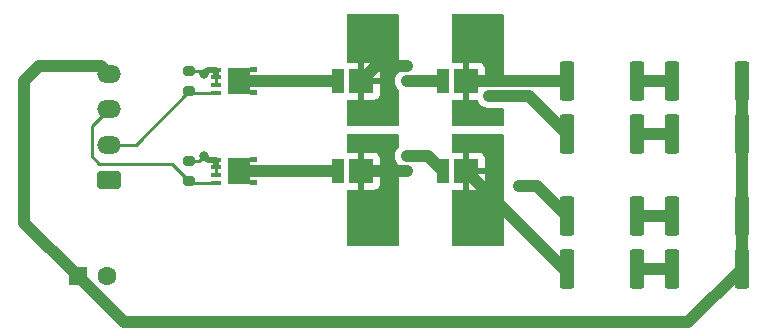
<source format=gtl>
%TF.GenerationSoftware,KiCad,Pcbnew,(6.0.5)*%
%TF.CreationDate,2022-06-15T13:59:35+01:00*%
%TF.ProjectId,tsal,7473616c-2e6b-4696-9361-645f70636258,rev?*%
%TF.SameCoordinates,Original*%
%TF.FileFunction,Copper,L1,Top*%
%TF.FilePolarity,Positive*%
%FSLAX46Y46*%
G04 Gerber Fmt 4.6, Leading zero omitted, Abs format (unit mm)*
G04 Created by KiCad (PCBNEW (6.0.5)) date 2022-06-15 13:59:35*
%MOMM*%
%LPD*%
G01*
G04 APERTURE LIST*
G04 Aperture macros list*
%AMRoundRect*
0 Rectangle with rounded corners*
0 $1 Rounding radius*
0 $2 $3 $4 $5 $6 $7 $8 $9 X,Y pos of 4 corners*
0 Add a 4 corners polygon primitive as box body*
4,1,4,$2,$3,$4,$5,$6,$7,$8,$9,$2,$3,0*
0 Add four circle primitives for the rounded corners*
1,1,$1+$1,$2,$3*
1,1,$1+$1,$4,$5*
1,1,$1+$1,$6,$7*
1,1,$1+$1,$8,$9*
0 Add four rect primitives between the rounded corners*
20,1,$1+$1,$2,$3,$4,$5,0*
20,1,$1+$1,$4,$5,$6,$7,0*
20,1,$1+$1,$6,$7,$8,$9,0*
20,1,$1+$1,$8,$9,$2,$3,0*%
%AMFreePoly0*
4,1,21,1.545000,0.775000,0.925000,0.775000,0.925000,0.525000,1.545000,0.525000,1.545000,0.125000,0.925000,0.125000,0.925000,-0.125000,1.545000,-0.125000,1.545000,-0.525000,0.925000,-0.525000,0.925000,-0.775000,1.545000,-0.775000,1.545000,-1.175000,0.925000,-1.175000,0.925000,-1.125000,-0.925000,-1.125000,-0.925000,1.125000,0.925000,1.125000,0.925000,1.175000,1.545000,1.175000,
1.545000,0.775000,1.545000,0.775000,$1*%
G04 Aperture macros list end*
%TA.AperFunction,SMDPad,CuDef*%
%ADD10RoundRect,0.250000X0.362500X1.425000X-0.362500X1.425000X-0.362500X-1.425000X0.362500X-1.425000X0*%
%TD*%
%TA.AperFunction,SMDPad,CuDef*%
%ADD11R,0.830000X0.400000*%
%TD*%
%TA.AperFunction,SMDPad,CuDef*%
%ADD12FreePoly0,0.000000*%
%TD*%
%TA.AperFunction,ComponentPad*%
%ADD13RoundRect,0.250001X0.759999X-0.499999X0.759999X0.499999X-0.759999X0.499999X-0.759999X-0.499999X0*%
%TD*%
%TA.AperFunction,ComponentPad*%
%ADD14O,2.020000X1.500000*%
%TD*%
%TA.AperFunction,SMDPad,CuDef*%
%ADD15RoundRect,0.200000X0.275000X-0.200000X0.275000X0.200000X-0.275000X0.200000X-0.275000X-0.200000X0*%
%TD*%
%TA.AperFunction,SMDPad,CuDef*%
%ADD16R,1.000000X2.100000*%
%TD*%
%TA.AperFunction,SMDPad,CuDef*%
%ADD17R,2.100000X2.100000*%
%TD*%
%TA.AperFunction,ComponentPad*%
%ADD18R,1.600000X1.600000*%
%TD*%
%TA.AperFunction,ComponentPad*%
%ADD19C,1.600000*%
%TD*%
%TA.AperFunction,ViaPad*%
%ADD20C,0.800000*%
%TD*%
%TA.AperFunction,Conductor*%
%ADD21C,1.000000*%
%TD*%
%TA.AperFunction,Conductor*%
%ADD22C,0.500000*%
%TD*%
%TA.AperFunction,Conductor*%
%ADD23C,0.250000*%
%TD*%
G04 APERTURE END LIST*
D10*
%TO.P,R20,1*%
%TO.N,+12V*%
X121707500Y-133350000D03*
%TO.P,R20,2*%
%TO.N,Net-(R20-Pad2)*%
X115782500Y-133350000D03*
%TD*%
D11*
%TO.P,Q1,1,S*%
%TO.N,GND*%
X77205000Y-132375000D03*
%TO.P,Q1,2,S*%
X77205000Y-133025000D03*
%TO.P,Q1,3,S*%
X77205000Y-133675000D03*
%TO.P,Q1,4,G*%
%TO.N,/RED_LED_ON*%
X77205000Y-134325000D03*
D12*
%TO.P,Q1,5,D*%
%TO.N,Net-(D7-Pad1)*%
X79145000Y-133350000D03*
%TD*%
D13*
%TO.P,J1,1,Pin_1*%
%TO.N,GND*%
X68105000Y-141715000D03*
D14*
%TO.P,J1,2,Pin_2*%
%TO.N,/RED_LED_ON*%
X68105000Y-138715000D03*
%TO.P,J1,3,Pin_3*%
%TO.N,/GREEN_LED_ON*%
X68105000Y-135715000D03*
%TO.P,J1,4,Pin_4*%
%TO.N,+12V*%
X68105000Y-132715000D03*
%TD*%
D15*
%TO.P,R5,1*%
%TO.N,/GREEN_LED_ON*%
X74930000Y-141795000D03*
%TO.P,R5,2*%
%TO.N,GND*%
X74930000Y-140145000D03*
%TD*%
D10*
%TO.P,R2,1*%
%TO.N,Net-(R1-Pad2)*%
X112817500Y-137795000D03*
%TO.P,R2,2*%
%TO.N,Net-(D1-Pad2)*%
X106892500Y-137795000D03*
%TD*%
D16*
%TO.P,D9,1,K*%
%TO.N,Net-(D9-Pad1)*%
X87565000Y-140970000D03*
D17*
%TO.P,D9,2,A*%
%TO.N,Net-(D8-Pad1)*%
X89515000Y-140970000D03*
%TD*%
D10*
%TO.P,R3,1*%
%TO.N,+12V*%
X121707500Y-149225000D03*
%TO.P,R3,2*%
%TO.N,Net-(R3-Pad2)*%
X115782500Y-149225000D03*
%TD*%
D16*
%TO.P,D3,1,K*%
%TO.N,Net-(D3-Pad1)*%
X96455000Y-140970000D03*
D17*
%TO.P,D3,2,A*%
%TO.N,Net-(D3-Pad2)*%
X98405000Y-140970000D03*
%TD*%
D10*
%TO.P,R22,1*%
%TO.N,+12V*%
X121707500Y-144780000D03*
%TO.P,R22,2*%
%TO.N,Net-(R22-Pad2)*%
X115782500Y-144780000D03*
%TD*%
%TO.P,R4,1*%
%TO.N,Net-(R3-Pad2)*%
X112817500Y-149225000D03*
%TO.P,R4,2*%
%TO.N,Net-(D3-Pad2)*%
X106892500Y-149225000D03*
%TD*%
%TO.P,R23,1*%
%TO.N,Net-(R22-Pad2)*%
X112817500Y-144780000D03*
%TO.P,R23,2*%
%TO.N,Net-(D8-Pad2)*%
X106892500Y-144780000D03*
%TD*%
%TO.P,R21,1*%
%TO.N,Net-(R20-Pad2)*%
X112817500Y-133350000D03*
%TO.P,R21,2*%
%TO.N,Net-(D6-Pad2)*%
X106892500Y-133350000D03*
%TD*%
D15*
%TO.P,R6,1*%
%TO.N,/RED_LED_ON*%
X74930000Y-134175000D03*
%TO.P,R6,2*%
%TO.N,GND*%
X74930000Y-132525000D03*
%TD*%
D10*
%TO.P,R1,1*%
%TO.N,+12V*%
X121707500Y-137795000D03*
%TO.P,R1,2*%
%TO.N,Net-(R1-Pad2)*%
X115782500Y-137795000D03*
%TD*%
D11*
%TO.P,Q2,1,S*%
%TO.N,GND*%
X77205000Y-139995000D03*
%TO.P,Q2,2,S*%
X77205000Y-140645000D03*
%TO.P,Q2,3,S*%
X77205000Y-141295000D03*
%TO.P,Q2,4,G*%
%TO.N,/GREEN_LED_ON*%
X77205000Y-141945000D03*
D12*
%TO.P,Q2,5,D*%
%TO.N,Net-(D9-Pad1)*%
X79145000Y-140970000D03*
%TD*%
D18*
%TO.P,C1,1*%
%TO.N,+12V*%
X65492621Y-149860000D03*
D19*
%TO.P,C1,2*%
%TO.N,GND*%
X67992621Y-149860000D03*
%TD*%
D16*
%TO.P,D2,1,K*%
%TO.N,Net-(D7-Pad1)*%
X87565000Y-133350000D03*
D17*
%TO.P,D2,2,A*%
%TO.N,Net-(D1-Pad1)*%
X89515000Y-133350000D03*
%TD*%
D16*
%TO.P,D6,1,K*%
%TO.N,Net-(D6-Pad1)*%
X96455000Y-133350000D03*
D17*
%TO.P,D6,2,A*%
%TO.N,Net-(D6-Pad2)*%
X98405000Y-133350000D03*
%TD*%
D20*
%TO.N,GND*%
X76200000Y-132715000D03*
X76200000Y-139700000D03*
%TO.N,Net-(D1-Pad2)*%
X100330000Y-134620000D03*
%TO.N,Net-(D1-Pad1)*%
X93345000Y-132080000D03*
%TO.N,Net-(D3-Pad1)*%
X93345000Y-139700000D03*
%TO.N,Net-(D6-Pad1)*%
X93345000Y-133350000D03*
%TO.N,Net-(D7-Pad1)*%
X85725000Y-133350000D03*
%TO.N,Net-(D8-Pad1)*%
X93345000Y-140970000D03*
%TO.N,Net-(D8-Pad2)*%
X102870000Y-142240000D03*
%TO.N,Net-(D9-Pad1)*%
X85725000Y-140970000D03*
%TD*%
D21*
%TO.N,+12V*%
X121707500Y-149225000D02*
X117182500Y-153750000D01*
X117182500Y-153750000D02*
X69382621Y-153750000D01*
X69382621Y-153750000D02*
X65492621Y-149860000D01*
X121707500Y-137795000D02*
X121707500Y-144780000D01*
X121707500Y-144780000D02*
X121707500Y-149225000D01*
X67470000Y-132080000D02*
X62230000Y-132080000D01*
X62230000Y-132080000D02*
X60960000Y-133350000D01*
X60960000Y-145327379D02*
X65492621Y-149860000D01*
X121707500Y-133350000D02*
X121707500Y-137795000D01*
X68105000Y-132715000D02*
X67470000Y-132080000D01*
X60960000Y-133350000D02*
X60960000Y-145327379D01*
D22*
%TO.N,GND*%
X77205000Y-139995000D02*
X76495000Y-139995000D01*
X77205000Y-132375000D02*
X76540000Y-132375000D01*
D23*
X77205000Y-133025000D02*
X77205000Y-133675000D01*
X75755000Y-140145000D02*
X76200000Y-139700000D01*
D22*
X77205000Y-133025000D02*
X77205000Y-132375000D01*
D23*
X77205000Y-141295000D02*
X77205000Y-140645000D01*
D22*
X76495000Y-139995000D02*
X76200000Y-139700000D01*
D23*
X74930000Y-140145000D02*
X75755000Y-140145000D01*
D22*
X77205000Y-140645000D02*
X77205000Y-139995000D01*
D23*
X76010000Y-132525000D02*
X76200000Y-132715000D01*
D22*
X76540000Y-132375000D02*
X76200000Y-132715000D01*
D23*
X74930000Y-132525000D02*
X76010000Y-132525000D01*
D21*
%TO.N,Net-(D1-Pad2)*%
X103717500Y-134620000D02*
X106892500Y-137795000D01*
X100330000Y-134620000D02*
X103717500Y-134620000D01*
%TO.N,Net-(D3-Pad2)*%
X106660000Y-149225000D02*
X98405000Y-140970000D01*
X106892500Y-149225000D02*
X106660000Y-149225000D01*
%TO.N,Net-(R1-Pad2)*%
X112817500Y-137795000D02*
X115782500Y-137795000D01*
%TO.N,Net-(R3-Pad2)*%
X112817500Y-149225000D02*
X115782500Y-149225000D01*
%TO.N,Net-(D1-Pad1)*%
X93345000Y-132080000D02*
X90785000Y-132080000D01*
X90785000Y-132080000D02*
X89515000Y-133350000D01*
%TO.N,Net-(D3-Pad1)*%
X93345000Y-139700000D02*
X95185000Y-139700000D01*
X95185000Y-139700000D02*
X96455000Y-140970000D01*
%TO.N,Net-(D6-Pad1)*%
X93345000Y-133350000D02*
X96455000Y-133350000D01*
%TO.N,Net-(D6-Pad2)*%
X98405000Y-133350000D02*
X106892500Y-133350000D01*
%TO.N,Net-(D7-Pad1)*%
X79145000Y-133350000D02*
X87565000Y-133350000D01*
%TO.N,Net-(D8-Pad1)*%
X89515000Y-140970000D02*
X93345000Y-140970000D01*
%TO.N,Net-(D8-Pad2)*%
X104352500Y-142240000D02*
X106892500Y-144780000D01*
X102870000Y-142240000D02*
X104352500Y-142240000D01*
%TO.N,Net-(D9-Pad1)*%
X85725000Y-140970000D02*
X87565000Y-140970000D01*
X79145000Y-140970000D02*
X85725000Y-140970000D01*
D23*
%TO.N,/RED_LED_ON*%
X70390000Y-138715000D02*
X68105000Y-138715000D01*
X75080000Y-134325000D02*
X77205000Y-134325000D01*
X74930000Y-134175000D02*
X75080000Y-134325000D01*
X74930000Y-134175000D02*
X70390000Y-138715000D01*
%TO.N,/GREEN_LED_ON*%
X74930000Y-141795000D02*
X75080000Y-141945000D01*
X66675000Y-139700000D02*
X67310000Y-140335000D01*
X68105000Y-135715000D02*
X66675000Y-137145000D01*
X75080000Y-141945000D02*
X77205000Y-141945000D01*
X73470000Y-140335000D02*
X74930000Y-141795000D01*
X66675000Y-137145000D02*
X66675000Y-139700000D01*
X67310000Y-140335000D02*
X73470000Y-140335000D01*
D21*
%TO.N,Net-(R20-Pad2)*%
X112817500Y-133350000D02*
X115782500Y-133350000D01*
%TO.N,Net-(R22-Pad2)*%
X112817500Y-144780000D02*
X115782500Y-144780000D01*
%TD*%
%TA.AperFunction,Conductor*%
%TO.N,Net-(D8-Pad1)*%
G36*
X92652121Y-137815002D02*
G01*
X92698614Y-137868658D01*
X92710000Y-137921000D01*
X92710000Y-138856624D01*
X92689998Y-138924745D01*
X92663636Y-138954267D01*
X92635713Y-138977040D01*
X92635710Y-138977043D01*
X92630938Y-138980935D01*
X92627011Y-138985682D01*
X92627009Y-138985684D01*
X92508799Y-139128575D01*
X92508797Y-139128579D01*
X92504870Y-139133325D01*
X92410802Y-139307299D01*
X92352318Y-139496232D01*
X92351674Y-139502357D01*
X92351674Y-139502358D01*
X92345959Y-139556739D01*
X92331645Y-139692925D01*
X92349570Y-139889888D01*
X92405410Y-140079619D01*
X92497040Y-140254890D01*
X92620968Y-140409025D01*
X92664993Y-140445966D01*
X92704318Y-140505075D01*
X92710000Y-140542486D01*
X92710000Y-147194000D01*
X92689998Y-147262121D01*
X92636342Y-147308614D01*
X92584000Y-147320000D01*
X88391000Y-147320000D01*
X88322879Y-147299998D01*
X88276386Y-147246342D01*
X88265000Y-147194000D01*
X88265000Y-142651927D01*
X88285002Y-142583806D01*
X88338658Y-142537313D01*
X88404603Y-142526663D01*
X88413520Y-142527631D01*
X88420328Y-142528000D01*
X89242885Y-142528000D01*
X89258124Y-142523525D01*
X89259329Y-142522135D01*
X89261000Y-142514452D01*
X89261000Y-142509884D01*
X89769000Y-142509884D01*
X89773475Y-142525123D01*
X89774865Y-142526328D01*
X89782548Y-142527999D01*
X90609669Y-142527999D01*
X90616490Y-142527629D01*
X90667352Y-142522105D01*
X90682604Y-142518479D01*
X90803054Y-142473324D01*
X90818649Y-142464786D01*
X90920724Y-142388285D01*
X90933285Y-142375724D01*
X91009786Y-142273649D01*
X91018324Y-142258054D01*
X91063478Y-142137606D01*
X91067105Y-142122351D01*
X91072631Y-142071486D01*
X91073000Y-142064672D01*
X91073000Y-141242115D01*
X91068525Y-141226876D01*
X91067135Y-141225671D01*
X91059452Y-141224000D01*
X89787115Y-141224000D01*
X89771876Y-141228475D01*
X89770671Y-141229865D01*
X89769000Y-141237548D01*
X89769000Y-142509884D01*
X89261000Y-142509884D01*
X89261000Y-140697885D01*
X89769000Y-140697885D01*
X89773475Y-140713124D01*
X89774865Y-140714329D01*
X89782548Y-140716000D01*
X91054884Y-140716000D01*
X91070123Y-140711525D01*
X91071328Y-140710135D01*
X91072999Y-140702452D01*
X91072999Y-139875331D01*
X91072629Y-139868510D01*
X91067105Y-139817648D01*
X91063479Y-139802396D01*
X91018324Y-139681946D01*
X91009786Y-139666351D01*
X90933285Y-139564276D01*
X90920724Y-139551715D01*
X90818649Y-139475214D01*
X90803054Y-139466676D01*
X90682606Y-139421522D01*
X90667351Y-139417895D01*
X90616486Y-139412369D01*
X90609672Y-139412000D01*
X89787115Y-139412000D01*
X89771876Y-139416475D01*
X89770671Y-139417865D01*
X89769000Y-139425548D01*
X89769000Y-140697885D01*
X89261000Y-140697885D01*
X89261000Y-139430116D01*
X89256525Y-139414877D01*
X89255135Y-139413672D01*
X89247452Y-139412001D01*
X88420331Y-139412001D01*
X88413517Y-139412370D01*
X88404608Y-139413338D01*
X88334726Y-139400810D01*
X88282710Y-139352490D01*
X88265000Y-139288075D01*
X88265000Y-137921000D01*
X88285002Y-137852879D01*
X88338658Y-137806386D01*
X88391000Y-137795000D01*
X92584000Y-137795000D01*
X92652121Y-137815002D01*
G37*
%TD.AperFunction*%
%TD*%
%TA.AperFunction,Conductor*%
%TO.N,Net-(D1-Pad1)*%
G36*
X92652121Y-127655002D02*
G01*
X92698614Y-127708658D01*
X92710000Y-127761000D01*
X92710000Y-132506624D01*
X92689998Y-132574745D01*
X92663636Y-132604267D01*
X92635713Y-132627040D01*
X92635710Y-132627043D01*
X92630938Y-132630935D01*
X92627011Y-132635682D01*
X92627009Y-132635684D01*
X92508799Y-132778575D01*
X92508797Y-132778579D01*
X92504870Y-132783325D01*
X92410802Y-132957299D01*
X92352318Y-133146232D01*
X92331645Y-133342925D01*
X92349570Y-133539888D01*
X92405410Y-133729619D01*
X92497040Y-133904890D01*
X92620968Y-134059025D01*
X92664993Y-134095966D01*
X92704318Y-134155075D01*
X92710000Y-134192486D01*
X92710000Y-137034000D01*
X92689998Y-137102121D01*
X92636342Y-137148614D01*
X92584000Y-137160000D01*
X88391000Y-137160000D01*
X88322879Y-137139998D01*
X88276386Y-137086342D01*
X88265000Y-137034000D01*
X88265000Y-135031927D01*
X88285002Y-134963806D01*
X88338658Y-134917313D01*
X88404603Y-134906663D01*
X88413520Y-134907631D01*
X88420328Y-134908000D01*
X89242885Y-134908000D01*
X89258124Y-134903525D01*
X89259329Y-134902135D01*
X89261000Y-134894452D01*
X89261000Y-134889884D01*
X89769000Y-134889884D01*
X89773475Y-134905123D01*
X89774865Y-134906328D01*
X89782548Y-134907999D01*
X90609669Y-134907999D01*
X90616490Y-134907629D01*
X90667352Y-134902105D01*
X90682604Y-134898479D01*
X90803054Y-134853324D01*
X90818649Y-134844786D01*
X90920724Y-134768285D01*
X90933285Y-134755724D01*
X91009786Y-134653649D01*
X91018324Y-134638054D01*
X91063478Y-134517606D01*
X91067105Y-134502351D01*
X91072631Y-134451486D01*
X91073000Y-134444672D01*
X91073000Y-133622115D01*
X91068525Y-133606876D01*
X91067135Y-133605671D01*
X91059452Y-133604000D01*
X89787115Y-133604000D01*
X89771876Y-133608475D01*
X89770671Y-133609865D01*
X89769000Y-133617548D01*
X89769000Y-134889884D01*
X89261000Y-134889884D01*
X89261000Y-133077885D01*
X89769000Y-133077885D01*
X89773475Y-133093124D01*
X89774865Y-133094329D01*
X89782548Y-133096000D01*
X91054884Y-133096000D01*
X91070123Y-133091525D01*
X91071328Y-133090135D01*
X91072999Y-133082452D01*
X91072999Y-132255331D01*
X91072629Y-132248510D01*
X91067105Y-132197648D01*
X91063479Y-132182396D01*
X91018324Y-132061946D01*
X91009786Y-132046351D01*
X90933285Y-131944276D01*
X90920724Y-131931715D01*
X90818649Y-131855214D01*
X90803054Y-131846676D01*
X90682606Y-131801522D01*
X90667351Y-131797895D01*
X90616486Y-131792369D01*
X90609672Y-131792000D01*
X89787115Y-131792000D01*
X89771876Y-131796475D01*
X89770671Y-131797865D01*
X89769000Y-131805548D01*
X89769000Y-133077885D01*
X89261000Y-133077885D01*
X89261000Y-131810116D01*
X89256525Y-131794877D01*
X89255135Y-131793672D01*
X89247452Y-131792001D01*
X88420331Y-131792001D01*
X88413517Y-131792370D01*
X88404608Y-131793338D01*
X88334726Y-131780810D01*
X88282710Y-131732490D01*
X88265000Y-131668075D01*
X88265000Y-127761000D01*
X88285002Y-127692879D01*
X88338658Y-127646386D01*
X88391000Y-127635000D01*
X92584000Y-127635000D01*
X92652121Y-127655002D01*
G37*
%TD.AperFunction*%
%TD*%
%TA.AperFunction,Conductor*%
%TO.N,Net-(D3-Pad2)*%
G36*
X101542121Y-137815002D02*
G01*
X101588614Y-137868658D01*
X101600000Y-137921000D01*
X101600000Y-147194000D01*
X101579998Y-147262121D01*
X101526342Y-147308614D01*
X101474000Y-147320000D01*
X97281000Y-147320000D01*
X97212879Y-147299998D01*
X97166386Y-147246342D01*
X97155000Y-147194000D01*
X97155000Y-142651927D01*
X97175002Y-142583806D01*
X97228658Y-142537313D01*
X97294603Y-142526663D01*
X97303520Y-142527631D01*
X97310328Y-142528000D01*
X98132885Y-142528000D01*
X98148124Y-142523525D01*
X98149329Y-142522135D01*
X98151000Y-142514452D01*
X98151000Y-142509884D01*
X98659000Y-142509884D01*
X98663475Y-142525123D01*
X98664865Y-142526328D01*
X98672548Y-142527999D01*
X99499669Y-142527999D01*
X99506490Y-142527629D01*
X99557352Y-142522105D01*
X99572604Y-142518479D01*
X99693054Y-142473324D01*
X99708649Y-142464786D01*
X99810724Y-142388285D01*
X99823285Y-142375724D01*
X99899786Y-142273649D01*
X99908324Y-142258054D01*
X99953478Y-142137606D01*
X99957105Y-142122351D01*
X99962631Y-142071486D01*
X99963000Y-142064672D01*
X99963000Y-141242115D01*
X99958525Y-141226876D01*
X99957135Y-141225671D01*
X99949452Y-141224000D01*
X98677115Y-141224000D01*
X98661876Y-141228475D01*
X98660671Y-141229865D01*
X98659000Y-141237548D01*
X98659000Y-142509884D01*
X98151000Y-142509884D01*
X98151000Y-140697885D01*
X98659000Y-140697885D01*
X98663475Y-140713124D01*
X98664865Y-140714329D01*
X98672548Y-140716000D01*
X99944884Y-140716000D01*
X99960123Y-140711525D01*
X99961328Y-140710135D01*
X99962999Y-140702452D01*
X99962999Y-139875331D01*
X99962629Y-139868510D01*
X99957105Y-139817648D01*
X99953479Y-139802396D01*
X99908324Y-139681946D01*
X99899786Y-139666351D01*
X99823285Y-139564276D01*
X99810724Y-139551715D01*
X99708649Y-139475214D01*
X99693054Y-139466676D01*
X99572606Y-139421522D01*
X99557351Y-139417895D01*
X99506486Y-139412369D01*
X99499672Y-139412000D01*
X98677115Y-139412000D01*
X98661876Y-139416475D01*
X98660671Y-139417865D01*
X98659000Y-139425548D01*
X98659000Y-140697885D01*
X98151000Y-140697885D01*
X98151000Y-139430116D01*
X98146525Y-139414877D01*
X98145135Y-139413672D01*
X98137452Y-139412001D01*
X97310331Y-139412001D01*
X97303517Y-139412370D01*
X97294608Y-139413338D01*
X97224726Y-139400810D01*
X97172710Y-139352490D01*
X97155000Y-139288075D01*
X97155000Y-137921000D01*
X97175002Y-137852879D01*
X97228658Y-137806386D01*
X97281000Y-137795000D01*
X101474000Y-137795000D01*
X101542121Y-137815002D01*
G37*
%TD.AperFunction*%
%TD*%
%TA.AperFunction,Conductor*%
%TO.N,Net-(D6-Pad2)*%
G36*
X101542121Y-127655002D02*
G01*
X101588614Y-127708658D01*
X101600000Y-127761000D01*
X101600000Y-133485500D01*
X101579998Y-133553621D01*
X101526342Y-133600114D01*
X101474000Y-133611500D01*
X100280231Y-133611500D01*
X100277175Y-133611800D01*
X100277168Y-133611800D01*
X100218660Y-133617537D01*
X100133167Y-133625920D01*
X100086413Y-133640036D01*
X100015420Y-133640577D01*
X99967483Y-133614638D01*
X99957135Y-133605671D01*
X99949452Y-133604000D01*
X98677115Y-133604000D01*
X98661876Y-133608475D01*
X98660671Y-133609865D01*
X98659000Y-133617548D01*
X98659000Y-134889884D01*
X98663475Y-134905123D01*
X98664865Y-134906328D01*
X98672548Y-134907999D01*
X99269184Y-134907999D01*
X99337305Y-134928001D01*
X99383798Y-134981657D01*
X99386191Y-134988063D01*
X99386362Y-134987994D01*
X99388670Y-134993707D01*
X99390410Y-134999619D01*
X99482040Y-135174890D01*
X99605968Y-135329025D01*
X99757474Y-135456154D01*
X99762872Y-135459121D01*
X99762877Y-135459125D01*
X99906180Y-135537905D01*
X99930787Y-135551433D01*
X99936654Y-135553294D01*
X99936656Y-135553295D01*
X100113436Y-135609373D01*
X100119306Y-135611235D01*
X100273227Y-135628500D01*
X101474000Y-135628500D01*
X101542121Y-135648502D01*
X101588614Y-135702158D01*
X101600000Y-135754500D01*
X101600000Y-137034000D01*
X101579998Y-137102121D01*
X101526342Y-137148614D01*
X101474000Y-137160000D01*
X97281000Y-137160000D01*
X97212879Y-137139998D01*
X97166386Y-137086342D01*
X97155000Y-137034000D01*
X97155000Y-135031927D01*
X97175002Y-134963806D01*
X97228658Y-134917313D01*
X97294603Y-134906663D01*
X97303520Y-134907631D01*
X97310328Y-134908000D01*
X98132885Y-134908000D01*
X98148124Y-134903525D01*
X98149329Y-134902135D01*
X98151000Y-134894452D01*
X98151000Y-133077885D01*
X98659000Y-133077885D01*
X98663475Y-133093124D01*
X98664865Y-133094329D01*
X98672548Y-133096000D01*
X99944884Y-133096000D01*
X99960123Y-133091525D01*
X99961328Y-133090135D01*
X99962999Y-133082452D01*
X99962999Y-132255331D01*
X99962629Y-132248510D01*
X99957105Y-132197648D01*
X99953479Y-132182396D01*
X99908324Y-132061946D01*
X99899786Y-132046351D01*
X99823285Y-131944276D01*
X99810724Y-131931715D01*
X99708649Y-131855214D01*
X99693054Y-131846676D01*
X99572606Y-131801522D01*
X99557351Y-131797895D01*
X99506486Y-131792369D01*
X99499672Y-131792000D01*
X98677115Y-131792000D01*
X98661876Y-131796475D01*
X98660671Y-131797865D01*
X98659000Y-131805548D01*
X98659000Y-133077885D01*
X98151000Y-133077885D01*
X98151000Y-131810116D01*
X98146525Y-131794877D01*
X98145135Y-131793672D01*
X98137452Y-131792001D01*
X97310331Y-131792001D01*
X97303517Y-131792370D01*
X97294608Y-131793338D01*
X97224726Y-131780810D01*
X97172710Y-131732490D01*
X97155000Y-131668075D01*
X97155000Y-127761000D01*
X97175002Y-127692879D01*
X97228658Y-127646386D01*
X97281000Y-127635000D01*
X101474000Y-127635000D01*
X101542121Y-127655002D01*
G37*
%TD.AperFunction*%
%TD*%
M02*

</source>
